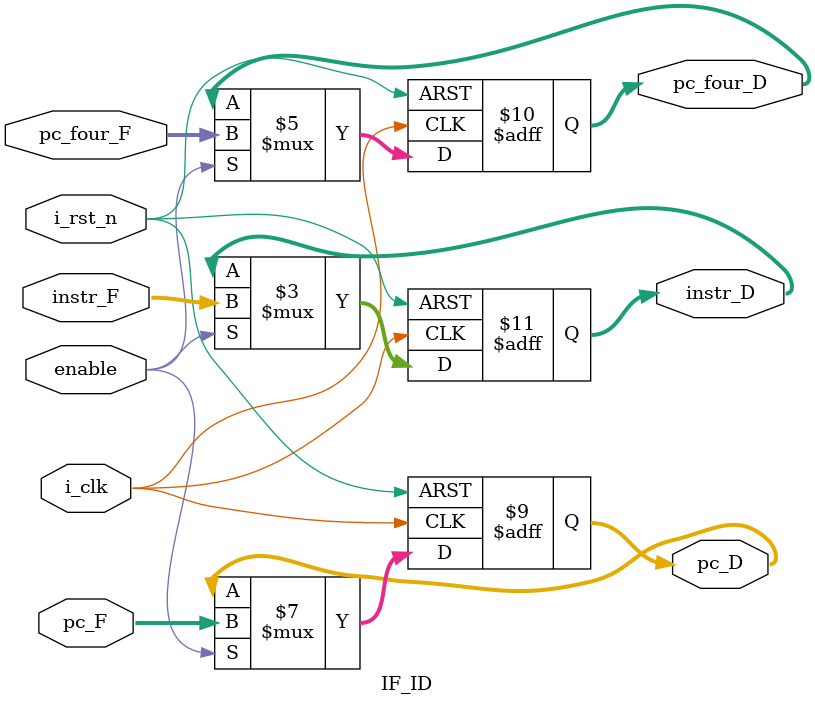
<source format=sv>
module IF_ID (
    input logic i_clk,
    input logic i_rst_n,
    input logic enable,
    input logic [31:0] pc_F,
    input logic [31:0] pc_four_F,
    input logic [31:0] instr_F,
    output logic [31:0] pc_D,
    output logic [31:0] pc_four_D,
    output logic [31:0] instr_D
);

always_ff @(posedge i_clk or negedge i_rst_n) begin
    if (!i_rst_n)
        begin
            pc_D <= 32'h0;
            pc_four_D <= 32'h0;
            instr_D <= 32'h0;
        end
    else
        begin 
            if (enable) begin
                pc_D <= pc_F;
                pc_four_D <= pc_four_F;
                instr_D <= instr_F;
            end
        end
end

endmodule
</source>
